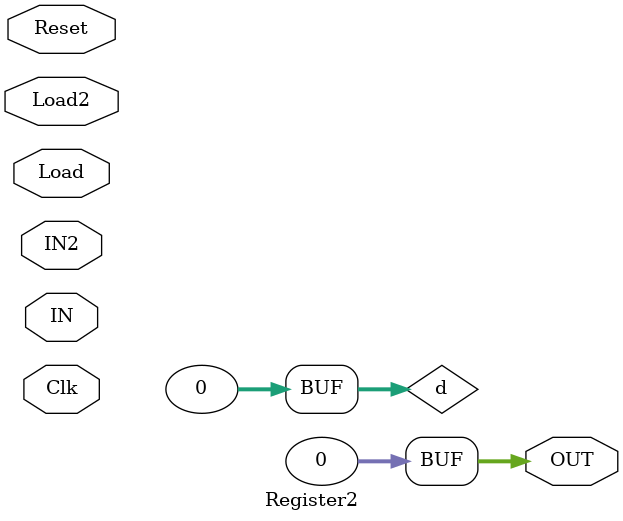
<source format=v>
module Register2(input [31:0] IN,IN2,input Clk, Reset,Load,Load2,output [31:0] OUT);
reg [31:0] d;
assign OUT = d;
always@(negedge Clk)
begin
	if(Load)
		d=IN;
	else if(Load2)
		d=IN2;
end

always@(Reset)
	d=0;

endmodule
</source>
